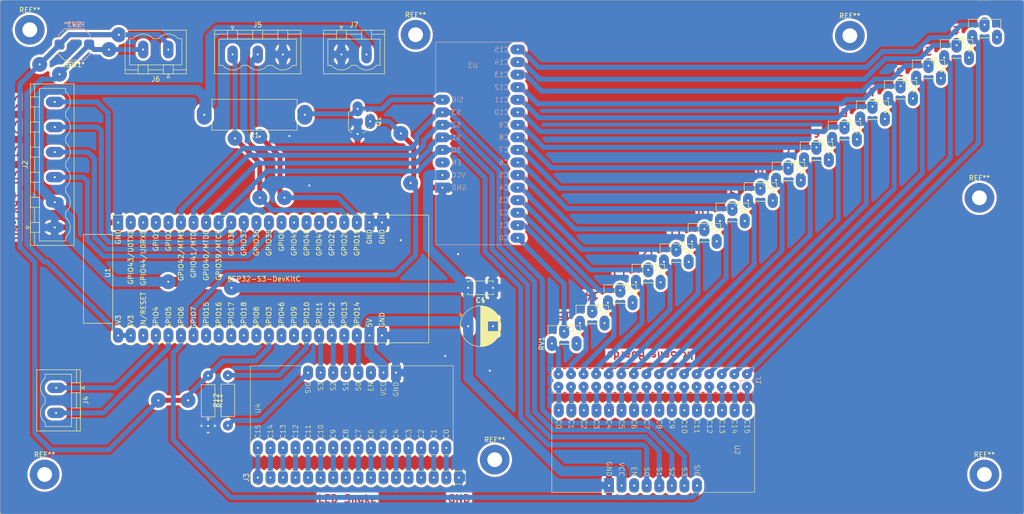
<source format=kicad_pcb>
(kicad_pcb (version 20240108) (generator "pcbnew") (generator_version "8.0")
  (layers (0 "F.Cu" signal) (31 "B.Cu" signal) (36 "B.SilkS" user "B.Silkscreen") (37 "F.SilkS" user "F.Silkscreen") (44 "Edge.Cuts" user))
  (net 0 "")
  (net 1 "Net-(Q1-C)")
  (net 2 "Net-(Q1-B)")
  (net 3 "GND")
  (net 5 "/IR_sensor_select3")
  (net 6 "/IR_sensor_select2")
  (net 10 "/sensor_board_select1")
  (net 12 "+3V3")
  (net 14 "/led_snake_addr0")
  (net 16 "Net-(U1-GPIO6{slash}ADC1_CH5)")
  (net 18 "/led_snake_addr3")
  (net 19 "/IR_sensor_select1")
  (net 20 "/sensor_board_select2")
  (net 21 "/led_snake_addr2")
  (net 23 "/led_snake_addr1")
  (net 24 "/led_snake_signal")
  (net 28 "/sensor_board_select0")
  (net 32 "/sensor_board_select3")
  (net 33 "/IR_sensor_select0")
  (net 35 "Net-(J1-Pin_13)")
  (net 36 "Net-(J1-Pin_3)")
  (net 37 "Net-(J1-Pin_21)")
  (net 38 "Net-(J1-Pin_17)")
  (net 39 "Net-(J1-Pin_29)")
  (net 40 "Net-(J1-Pin_15)")
  (net 41 "Net-(J1-Pin_23)")
  (net 42 "Net-(J1-Pin_5)")
  (net 43 "Net-(J1-Pin_25)")
  (net 44 "Net-(J1-Pin_9)")
  (net 46 "Net-(J1-Pin_1)")
  (net 47 "Net-(J1-Pin_19)")
  (net 48 "Net-(J1-Pin_27)")
  (net 49 "Net-(J1-Pin_7)")
  (net 50 "Net-(J1-Pin_11)")
  (net 51 "Net-(J1-Pin_31)")
  (net 52 "Net-(U3-C9)")
  (net 53 "Net-(U3-C5)")
  (net 54 "Net-(U3-C14)")
  (net 55 "Net-(U3-C2)")
  (net 56 "Net-(U3-C8)")
  (net 57 "Net-(U3-C12)")
  (net 58 "Net-(U3-C6)")
  (net 60 "Net-(U3-C13)")
  (net 61 "Net-(U3-C1)")
  (net 62 "Net-(U3-C7)")
  (net 63 "Net-(U3-C0)")
  (net 64 "Net-(U3-C4)")
  (net 65 "Net-(U3-C10)")
  (net 66 "Net-(U3-C3)")
  (net 67 "Net-(U3-C15)")
  (net 68 "Net-(U3-C11)")
  (net 69 "Net-(J3-Pin_10)")
  (net 70 "Net-(J3-Pin_2)")
  (net 71 "Net-(J3-Pin_12)")
  (net 72 "Net-(J3-Pin_7)")
  (net 73 "Net-(J3-Pin_6)")
  (net 74 "Net-(J3-Pin_9)")
  (net 75 "Net-(J3-Pin_16)")
  (net 76 "Net-(J3-Pin_11)")
  (net 77 "Net-(J3-Pin_1)")
  (net 78 "Net-(J3-Pin_4)")
  (net 79 "Net-(J3-Pin_5)")
  (net 80 "Net-(J3-Pin_8)")
  (net 81 "Net-(J3-Pin_15)")
  (net 82 "Net-(J3-Pin_14)")
  (net 83 "Net-(J3-Pin_3)")
  (net 84 "Net-(J3-Pin_13)")
  (net 86 "I2C_SCL")
  (net 87 "I2C_SDA")
  (net 88 "Boot_Select_Button")
  (net 89 "Net-(J5-Pin_2)")
  (net 90 "Net-(J5-Pin_1)")
  (net 91 "+5P")
  (net 92 "Net-(U4-SIG)")
  (net 93 "Net-(J1-Pin_6)")
  (net 94 "Net-(J1-Pin_12)")
  (net 95 "Net-(J1-Pin_16)")
  (net 96 "Net-(J1-Pin_2)")
  (net 97 "Net-(J1-Pin_20)")
  (net 98 "Net-(J1-Pin_30)")
  (net 99 "Net-(J1-Pin_14)")
  (net 100 "Net-(J1-Pin_22)")
  (net 101 "Net-(J1-Pin_32)")
  (net 102 "Net-(J1-Pin_28)")
  (net 103 "Net-(J1-Pin_26)")
  (net 104 "Net-(J1-Pin_8)")
  (net 105 "Net-(J1-Pin_4)")
  (net 106 "Net-(J1-Pin_24)")
  (net 107 "Net-(J1-Pin_18)")
  (net 108 "Net-(J1-Pin_10)")
  (footprint "Connector_Phoenix_MSTB:PhoenixContact_MSTBVA_2,5_2-G-5,08_1x02_P5.08mm_Vertical" (layer "F.Cu") (at 11.324506 78.46 -90)
    (property "Reference" "J4")
    (property "Value" "Conn_01x02_I2C")
  )
  (footprint "sequencer:Potentiometer_Piher_PT-6-H_Horizontal_Large_Pads" (layer "F.Cu") (at 185.213664 15.766671 90)
    (property "Reference" "RV14")
    (property "Value" "Pot 5KR")
  )
  (footprint "sequencer:R_Axial_DIN0207_L6.3mm_D2.5mm_P10.16mm_Horizontal_BIG_PADS" (layer "F.Cu") (at 42.047006 76 -90)
    (property "Reference" "R11")
    (property "Value" "20KR")
  )
  (footprint "sequencer:Potentiometer_Piher_PT-6-H_Horizontal_Large_Pads" (layer "F.Cu") (at 190.88033 11.633338 90)
    (property "Reference" "RV15")
    (property "Value" "Pot 5KR")
  )
  (footprint "sequencer:HP4067_16_ch_analog_mutiplexer_devboard" (layer "F.Cu") (at 151.047006 83 -90)
    (property "Reference" "U2")
    (property "Value" "HP4067_IR_Sensor_read")
  )
  (footprint "sequencer:Potentiometer_Piher_PT-6-H_Horizontal_Large_Pads" (layer "F.Cu") (at 122.880338 61.233334 90)
    (property "Reference" "RV3")
    (property "Value" "Pot 5KR")
  )
  (footprint "Connector_PinHeader_2.54mm:PinHeader_1x17_P2.54mm_Vertical" (layer "F.Cu") (at 52.107006 96.62 90)
    (property "Reference" "J3")
    (property "Value" "Conn_01x17_Pin_LED_Snake")
  )
  (footprint "MountingHole:MountingHole_3mm_Pad" (layer "F.Cu") (at 199 96)
    (property "Reference" "REF**")
    (property "Value" "MountingHole_3mm_Pad" (hide yes))
  )
  (footprint "Resistor_THT:R_Axial_DIN0617_L17.0mm_D6.0mm_P20.32mm_Horizontal" (layer "F.Cu") (at 61.6 23.2 180)
    (property "Reference" "R1")
    (property "Value" "150R")
  )
  (footprint "MountingHole:MountingHole_3mm_Pad" (layer "F.Cu") (at 84 7)
    (property "Reference" "REF**")
    (property "Value" "MountingHole_3mm_Pad" (hide yes))
  )
  (footprint "Connector_Phoenix_MSTB:PhoenixContact_MSTBVA_2,5_2-G-5,08_1x02_P5.08mm_Vertical" (layer "F.Cu") (at 69 11)
    (property "Reference" "J7")
    (property "Value" "Conn_01x02_Power_Supply")
  )
  (footprint "sequencer:Potentiometer_Piher_PT-6-H_Horizontal_Large_Pads" (layer "F.Cu") (at 111.547006 69.5 90)
    (property "Reference" "RV1")
    (property "Value" "Pot 5KR")
  )
  (footprint "sequencer:HP4067_16_ch_analog_mutiplexer_devboard" (layer "F.Cu") (at 52.107006 90.62 90)
    (property "Reference" "U4")
    (property "Value" "HP4067_LED_Snake")
  )
  (footprint "Connector_Phoenix_MSTB:PhoenixContact_MSTBVA_2,5_6-G-5,08_1x06_P5.08mm_Vertical" (layer "F.Cu") (at 11.047006 46 90)
    (property "Reference" "J2")
    (property "Value" "Conn_01x06_Pin_Sensor_select")
  )
  (footprint "sequencer:Potentiometer_Piher_PT-6-H_Horizontal_Large_Pads" (layer "F.Cu") (at 117.213672 65.366667 90)
    (property "Reference" "RV2")
    (property "Value" "Pot 5KR")
  )
  (footprint "MountingHole:MountingHole_3mm_Pad" (layer "F.Cu") (at 100 93)
    (property "Reference" "REF**")
    (property "Value" "MountingHole_3mm_Pad")
  )
  (footprint "Connector_Phoenix_MSTB:PhoenixContact_MSTBVA_2,5_2-G-5,08_1x02_P5.08mm_Vertical" (layer "F.Cu") (at 34 10 180)
    (property "Reference" "J6")
    (property "Value" "Conn_01x02_Boot_Select_Button")
  )
  (footprint "Button_Switch_SMD:SW_Push_1TS009xxxx-xxxx-xxxx_6x6x5mm" (layer "F.Cu") (at 15 9 180)
    (property "Reference" "SW1")
    (property "Value" "SW_Push")
  )
  (footprint "sequencer:ESP32-S3-DevKitC" (layer "F.Cu") (at 23.867006 67.86 90)
    (property "Reference" "U1")
    (property "Value" "ESP32-S3-DevKitC")
  )
  (footprint "Connector_Phoenix_MSTB:PhoenixContact_MSTBVA_2,5_3-G-5,08_1x03_P5.08mm_Vertical" (layer "F.Cu") (at 47 11)
    (property "Reference" "J5")
    (property "Value" "Conn_01x03_USB")
  )
  (footprint "sequencer:Potentiometer_Piher_PT-6-H_Horizontal_Large_Pads" (layer "F.Cu") (at 128.547004 57.100001 90)
    (property "Reference" "RV4")
    (property "Value" "Pot 5KR")
  )
  (footprint "sequencer:Potentiometer_Piher_PT-6-H_Horizontal_Large_Pads" (layer "F.Cu") (at 134.21367 52.966668 90)
    (property "Reference" "RV5")
    (property "Value" "Pot 5KR")
  )
  (footprint "Package_TO_SOT_THT:TO-92_Wide" (layer "F.Cu") (at 72.277006 22 -90)
    (property "Reference" "Q1")
    (property "Value" "BC337")
  )
  (footprint "sequencer:Potentiometer_Piher_PT-6-H_Horizontal_Large_Pads" (layer "F.Cu") (at 173.880332 24.033337 90)
    (property "Reference" "RV12")
    (property "Value" "Pot 5KR")
  )
  (footprint "MountingHole:MountingHole_3mm_Pad" (layer "F.Cu") (at 9 96)
    (property "Reference" "REF**")
    (property "Value" "MountingHole_3mm_Pad" (hide yes))
  )
  (footprint "sequencer:Potentiometer_Piher_PT-6-H_Horizontal_Large_Pads" (layer "F.Cu") (at 168.213666 28.16667 90)
    (property "Reference" "RV11")
    (property "Value" "Pot 5KR")
  )
  (footprint "sequencer:Potentiometer_Piher_PT-6-H_Horizontal_Large_Pads" (layer "F.Cu") (at 162.547 32.300003 90)
    (property "Reference" "RV10")
    (property "Value" "Pot 5KR")
  )
  (footprint "Capacitor_THT:C_Disc_D5.0mm_W2.5mm_P5.00mm" (layer "F.Cu") (at 99.638814 58.222371 180)
    (property "Reference" "C4")
    (property "Value" "C_0.1uF_HF_filter_104")
  )
  (footprint "sequencer:Potentiometer_Piher_PT-6-H_Horizontal_Large_Pads" (layer "F.Cu") (at 139.880336 48.833335 90)
    (property "Reference" "RV6")
    (property "Value" "Pot 5KR")
  )
  (footprint "sequencer:Potentiometer_Piher_PT-6-H_Horizontal_Large_Pads" (layer "F.Cu") (at 156.880334 36.433336 90)
    (property "Reference" "RV9")
    (property "Value" "Pot 5KR")
  )
  (footprint "MountingHole:MountingHole_3mm_Pad" (layer "F.Cu") (at 198 40)
    (property "Reference" "REF**")
    (property "Value" "MountingHole_3mm_Pad" (hide yes))
  )
  (footprint "sequencer:Potentiometer_Piher_PT-6-H_Horizontal_Large_Pads" (layer "F.Cu") (at 145.547002 44.700002 90)
    (property "Reference" "RV7")
    (property "Value" "Pot 5KR")
  )
  (footprint "MountingHole:MountingHole_3mm_Pad" (layer "F.Cu") (at 6 6)
    (property "Reference" "REF**")
    (property "Value" "MountingHole_3mm_Pad" (hide yes))
  )
  (footprint "sequencer:Potentiometer_Piher_PT-6-H_Horizontal_Large_Pads" (layer "F.Cu") (at 151.213668 40.566669 90)
    (property "Reference" "RV8")
    (property "Value" "Pot 5KR")
  )
  (footprint "sequencer:Potentiometer_Piher_PT-6-H_Horizontal_Large_Pads" (layer "F.Cu") (at 179.546998 19.900004 90)
    (property "Reference" "RV13")
    (property "Value" "Pot 5KR")
  )
  (footprint "sequencer:R_Axial_DIN0207_L6.3mm_D2.5mm_P10.16mm_Horizontal_BIG_PADS" (layer "F.Cu") (at 46.047006 86.08 90)
    (property "Reference" "R12")
    (property "Value" "620R")
  )
  (footprint "MountingHole:MountingHole_3mm_Pad" (layer "F.Cu") (at 171.8 7.2)
    (property "Reference" "REF**")
    (property "Value" "MountingHole_3mm_Pad" (hide yes))
  )
  (footprint "sequencer:Potentiometer_Piher_PT-6-H_Horizontal_Large_Pads" (layer "F.Cu") (at 196.546996 7.500005 90)
    (property "Reference" "RV16")
    (property "Value" "Pot 5KR")
  )
  (footprint "Capacitor_THT:CP_Radial_D8.0mm_P5.00mm" (layer "F.Cu") (at 94.644355 66)
    (property "Reference" "C1")
    (property "Value" "C_10uF_bulk_decoupling")
  )
  (footprint "Connector_PinHeader_2.54mm:PinHeader_2x16_P2.54mm_Vertical" (layer "B.Cu") (at 150.987006 78.24 90)
    (property "Reference" "J1")
    (property "Value" "Conn_02x16_sensor_board_power_sens")
  )
  (footprint "Button_Switch_SMD:SW_Push_1TS009xxxx-xxxx-xxxx_6x6x5mm" (layer "B.Cu") (at 15 9 180)
    (property "Reference" "SW2")
    (property "Value" "SW_Push")
  )
  (footprint "sequencer:HP4067_16_ch_analog_mutiplexer_devboard" (layer "B.Cu") (at 104.667006 10 180)
    (property "Reference" "U3")
    (property "Value" "HP4067_IR_led_power")
  )
  (gr_rect (start 0 0) (end 207 104) (stroke (width 0.05)) (fill none) (layer "Edge.Cuts"))
  (gr_text "13" (at 127 54.6 180) (layer "F.Cu") (effects (font (size 1.5 1.5) (thickness 0.3) (bold yes)) (justify left bottom)))
  (gr_text "S0" (at 2.2 35.831426 270) (layer "F.Cu") (effects (font (size 1.5 1.5) (thickness 0.3) (bold yes)) (justify bottom)))
  (gr_text "S1" (at 2.2 30.754284 270) (layer "F.Cu") (effects (font (size 1.5 1.5) (thickness 0.3) (bold yes)) (justify bottom)))
  (gr_text "2" (at 188.6 9.4 180) (layer "F.Cu") (effects (font (size 1.5 1.5) (thickness 0.3) (bold yes)) (justify left bottom)))
  (gr_text "4" (at 177.2 17.6 180) (layer "F.Cu") (effects (font (size 1.5 1.5) (thickness 0.3) (bold yes)) (justify left bottom)))
  (gr_text "IR Sens Boards" (at 140.4 71 180) (layer "F.Cu") (effects (font (size 1.5 1.5) (thickness 0.3) (bold yes)) (justify left bottom)))
  (gr_text "8" (at 154.6 34 180) (layer "F.Cu") (effects (font (size 1.5 1.5) (thickness 0.3) (bold yes)) (justify left bottom)))
  (gr_text "I2C" (at 2.8 71 270) (layer "F.Cu") (effects (font (size 1.5 1.5) (thickness 0.3) (bold yes)) (justify bottom)))
  (gr_text "+5V" (at 74.4 1.4 180) (layer "F.Cu") (effects (font (size 1.5 1.5) (thickness 0.3) (bold yes)) (justify bottom)))
  (gr_text "GND" (at 2.2 46.2 270) (layer "F.Cu") (effects (font (size 1.5 1.5) (thickness 0.3) (bold yes)) (justify bottom)))
  (gr_text "1" (at 194.2 5.2 180) (layer "F.Cu") (effects (font (size 1.5 1.5) (thickness 0.3) (bold yes)) (justify left bottom)))
  (gr_text "SCL" (at 2.8 77.8 270) (layer "F.Cu") (effects (font (size 1.5 1.5) (thickness 0.3) (bold yes)) (justify bottom)))
  (gr_text "12" (at 132.6 50.6 180) (layer "F.Cu") (effects (font (size 1.5 1.5) (thickness 0.3) (bold yes)) (justify left bottom)))
  (gr_text "GND" (at 92.8 101.8 0) (layer "F.Cu") (effects (font (size 1.5 1.5) (thickness 0.3) (bold yes)) (justify bottom)))
  (gr_text "LED Snake" (at 70.2 101.8 0) (layer "F.Cu") (effects (font (size 1.5 1.5) (thickness 0.3) (bold yes)) (justify bottom)))
  (gr_text "11" (at 138.2 46.4 180) (layer "F.Cu") (effects (font (size 1.5 1.5) (thickness 0.3) (bold yes)) (justify left bottom)))
  (gr_text "S3" (at 2.2 20.6 270) (layer "F.Cu") (effects (font (size 1.5 1.5) (thickness 0.3) (bold yes)) (justify bottom)))
  (gr_text "9" (at 149 38.2 180) (layer "F.Cu") (effects (font (size 1.5 1.5) (thickness 0.3) (bold yes)) (justify left bottom)))
  (gr_text "GND" (at 57.6 1.4 180) (layer "F.Cu") (effects (font (size 1.5 1.5) (thickness 0.3) (bold yes)) (justify bottom)))
  (gr_text "+5V" (at 2.2 40.908568 270) (layer "F.Cu") (effects (font (size 1.5 1.5) (thickness 0.3) (bold yes)) (justify bottom)))
  (gr_text "SDA" (at 2.8 83.8 270) (layer "F.Cu") (effects (font (size 1.5 1.5) (thickness 0.3) (bold yes)) (justify bottom)))
  (gr_text "S2" (at 2.2 25.677142 270) (layer "F.Cu") (effects (font (size 1.5 1.5) (thickness 0.3) (bold yes)) (justify bottom)))
  (gr_text "15" (at 115.6 63 180) (layer "F.Cu") (effects (font (size 1.5 1.5) (thickness 0.3) (bold yes)) (justify left bottom)))
  (gr_text "0" (at 199.8 1.2 180) (layer "F.Cu") (effects (font (size 1.5 1.5) (thickness 0.3) (bold yes)) (justify left bottom)))
  (gr_text "Boot Select" (at 31.6 1.6 180) (layer "F.Cu") (effects (font (size 1.5 1.5) (thickness 0.3) (bold yes)) (justify bottom)))
  (gr_text "7" (at 160.4 29.8 180) (layer "F.Cu") (effects (font (size 1.5 1.5) (thickness 0.3) (bold yes)) (justify left bottom)))
  (gr_text "14" (at 121.2 59 180) (layer "F.Cu") (effects (font (size 1.5 1.5) (thickness 0.3) (bold yes)) (justify left bottom)))
  (gr_text "GND" (at 68.6 1.4 180) (layer "F.Cu") (effects (font (size 1.5 1.5) (thickness 0.3) (bold yes)) (justify bottom)))
  (gr_text "D-" (at 51.6 1.4 180) (layer "F.Cu") (effects (font (size 1.5 1.5) (thickness 0.3) (bold yes)) (justify bottom)))
  (gr_text "6" (at 166 26 180) (layer "F.Cu") (effects (font (size 1.5 1.5) (thickness 0.3) (bold yes)) (justify left bottom)))
  (gr_text "3" (at 182.8 13.6 180) (layer "F.Cu") (effects (font (size 1.5 1.5) (thickness 0.3) (bold yes)) (justify left bottom)))
  (gr_text "D+" (at 46.4 1.4 180) (layer "F.Cu") (effects (font (size 1.5 1.5) (thickness 0.3) (bold yes)) (justify bottom)))
  (gr_text "10" (at 144 42.2 180) (layer "F.Cu") (effects (font (size 1.5 1.5) (thickness 0.3) (bold yes)) (justify left bottom)))
  (gr_text "5" (at 171.6 21.8 180) (layer "F.Cu") (effects (font (size 1.5 1.5) (thickness 0.3) (bold yes)) (justify left bottom)))
  (segment (start 77.197006 22) (end 79.037006 20.16) (width 1) (layer "B.Cu") (net 1))
  (segment (start 71.277006 23) (end 61.8 23) (width 1) (layer "B.Cu") (net 1))
  (segment (start 72.277006 22) (end 77.197006 22) (width 1) (layer "B.Cu") (net 1))
  (segment (start 72.277006 22) (end 71.277006 23) (width 1) (layer "B.Cu") (net 1))
  (segment (start 79.037006 20.16) (end 89.427006 20.16) (width 1) (layer "B.Cu") (net 1))
  (segment (start 61.8 23) (end 61.6 23.2) (width 1) (layer "B.Cu") (net 1))
  (segment (start 83.627006 36.372996) (end 83.000002 37) (width 1) (layer "F.Cu") (net 2))
  (segment (start 83.627006 29.58) (end 83.627006 36.372996) (width 1) (layer "F.Cu") (net 2))
  (segment (start 81.023503 26.976497) (end 83.627006 29.58) (width 1) (layer "F.Cu") (net 2))
  (via (at 83.000002 37) (size 3) (drill 0.4) (layers "F.Cu" "B.Cu") (net 2))
  (via (at 81.023503 26.976497) (size 3) (drill 0.4) (layers "F.Cu" "B.Cu") (net 2))
  (segment (start 45.8 55.6) (end 80 55.6) (width 1) (layer "B.Cu") (net 2))
  (segment (start 84 51.6) (end 84 37.999998) (width 1) (layer "B.Cu") (net 2))
  (segment (start 80 55.6) (end 84 51.6) (width 1) (layer "B.Cu") (net 2))
  (segment (start 39.107006 67.86) (end 39.107006 62.292994) (width 1) (layer "B.Cu") (net 2))
  (segment (start 78.587006 24.54) (end 74.817006 24.54) (width 1) (layer "B.Cu") (net 2))
  (segment (start 81.023503 26.976497) (end 78.587006 24.54) (width 1) (layer "B.Cu") (net 2))
  (segment (start 39.107006 62.292994) (end 45.8 55.6) (width 1) (layer "B.Cu") (net 2))
  (segment (start 84 37.999998) (end 83.000002 37) (width 1) (layer "B.Cu") (net 2))
  (segment (start 81 48.6) (end 89.8 48.6) (width 2) (layer "F.Cu") (net 3))
  (segment (start 96 72) (end 99 75) (width 2) (layer "F.Cu") (net 3))
  (segment (start 89.8 48.6) (end 92.6 51.4) (width 2) (layer "F.Cu") (net 3))
  (segment (start 62.5 37.5) (end 62.5 31.5) (width 2) (layer "F.Cu") (net 3))
  (segment (start 62.5 31.5) (end 58.5 27.5) (width 2) (layer "F.Cu") (net 3))
  (segment (start 90 72) (end 96 72) (width 2) (layer "F.Cu") (net 3))
  (via (at 90 72) (size 3) (drill 0.4) (layers "F.Cu" "B.Cu") (net 3))
  (via (at 99 75) (size 3) (drill 0.4) (layers "F.Cu" "B.Cu") (net 3))
  (via (at 58.5 27.5) (size 3) (drill 0.4) (layers "F.Cu" "B.Cu") (net 3))
  (via (at 81 48.6) (size 3) (drill 0.4) (layers "F.Cu" "B.Cu") (net 3))
  (via (at 62.5 37.5) (size 3) (drill 0.4) (layers "F.Cu" "B.Cu") (net 3))
  (via (at 92.6 51.4) (size 3) (drill 0.4) (layers "F.Cu" "B.Cu") (net 3))
  (segment (start 11.047006 20.6) (end 19.6 20.6) (width 1) (layer "B.Cu") (net 5))
  (segment (start 21.847006 46.8) (end 22.447006 47.4) (width 1) (layer "B.Cu") (net 5))
  (segment (start 21.847006 22.847006) (end 21.847006 46.8) (width 1) (layer "B.Cu") (net 5))
  (segment (start 46.727006 45.647006) (end 46.727006 45) (width 1) (layer "B.Cu") (net 5))
  (segment (start 22.447006 47.4) (end 44.974012 47.4) (width 1) (layer "B.Cu") (net 5))
  (segment (start 44.974012 47.4) (end 46.727006 45.647006) (width 1) (layer "B.Cu") (net 5))
  (segment (start 19.6 20.6) (end 21.847006 22.847006) (width 1) (layer "B.Cu") (net 5))
  (segment (start 20.447006 26.447006) (end 20.447006 47.4) (width 1) (layer "B.Cu") (net 6))
  (segment (start 11.047006 25.68) (end 19.68 25.68) (width 1) (layer "B.Cu") (net 6))
  (segment (start 47.767006 49) (end 49.267006 47.5) (width 1) (layer "B.Cu") (net 6))
  (segment (start 49.267006 47.5) (end 49.267006 45) (width 1) (layer "B.Cu") (net 6))
  (segment (start 20.447006 47.4) (end 22.047006 49) (width 1) (layer "B.Cu") (net 6))
  (segment (start 19.68 25.68) (end 20.447006 26.447006) (width 1) (layer "B.Cu") (net 6))
  (segment (start 22.047006 49) (end 47.767006 49) (width 1) (layer "B.Cu") (net 6))
  (segment (start 130.467108 88.4) (end 133.267006 91.199898) (width 1) (layer "B.Cu") (net 10))
  (segment (start 133.267006 91.199898) (end 133.267006 98.24) (width 1) (layer "B.Cu") (net 10))
  (segment (start 111.200203 88.4) (end 130.467108 88.4) (width 1) (layer "B.Cu") (net 10))
  (segment (start 87.027006 30.040102) (end 84.067108 33) (width 1) (layer "B.Cu") (net 10))
  (segment (start 87.027006 29.532994) (end 87.027006 30.040102) (width 1) (layer "B.Cu") (net 10))
  (segment (start 89.427006 27.78) (end 91.950509 27.78) (width 1) (layer "B.Cu") (net 10))
  (segment (start 99.467006 50.399899) (end 106.647006 57.579899) (width 1) (layer "B.Cu") (net 10))
  (segment (start 89.427006 27.78) (end 88.78 27.78) (width 1) (layer "B.Cu") (net 10))
  (segment (start 52 33) (end 41.647006 43.352994) (width 1) (layer "B.Cu") (net 10))
  (segment (start 106.647006 83.846803) (end 111.200203 88.4) (width 1) (layer "B.Cu") (net 10))
  (segment (start 99.467006 35.296497) (end 99.467006 50.399899) (width 1) (layer "B.Cu") (net 10))
  (segment (start 41.647006 43.352994) (end 41.647006 45) (width 1) (layer "B.Cu") (net 10))
  (segment (start 106.647006 57.579899) (end 106.647006 83.846803) (width 1) (layer "B.Cu") (net 10))
  (segment (start 88.78 27.78) (end 87.027006 29.532994) (width 1) (layer "B.Cu") (net 10))
  (segment (start 84.067108 33) (end 52 33) (width 1) (layer "B.Cu") (net 10))
  (segment (start 91.950509 27.78) (end 99.467006 35.296497) (width 1) (layer "B.Cu") (net 10))
  (segment (start 18 9) (end 12 15) (width 1) (layer "F.Cu") (net 12))
  (segment (start 22 10) (end 19 10) (width 1) (layer "F.Cu") (net 12))
  (segment (start 19 10) (end 18 9) (width 1) (layer "F.Cu") (net 12))
  (via (at 12 15) (size 3) (drill 0.4) (layers "F.Cu" "B.Cu") (net 12))
  (via (at 22 10) (size 3) (drill 0.4) (layers "F.Cu" "B.Cu") (net 12))
  (segment (start 9 53) (end 5.4 49.4) (width 1) (layer "B.Cu") (net 12))
  (segment (start 5.4 19) (end 8.4 16) (width 1) (layer "B.Cu") (net 12))
  (segment (start 26.407006 67.86) (end 23.867006 67.86) (width 1) (layer "B.Cu") (net 12))
  (segment (start 9.507006 53) (end 9 53) (width 1) (layer "B.Cu") (net 12))
  (segment (start 23.867006 67.86) (end 23.867006 67.36) (width 1) (layer "B.Cu") (net 12))
  (segment (start 8.4 16) (end 11 16) (width 1) (layer "B.Cu") (net 12))
  (segment (start 5.4 49.4) (end 5.4 19) (width 1) (layer "B.Cu") (net 12))
  (segment (start 18 9) (end 12 15) (width 1) (layer "B.Cu") (net 12))
  (segment (start 19 10) (end 18 9) (width 1) (layer "B.Cu") (net 12))
  (segment (start 11 16) (end 12 15) (width 1) (layer "B.Cu") (net 12))
  (segment (start 23.867006 67.36) (end 9.507006 53) (width 1) (layer "B.Cu") (net 12))
  (segment (start 22 10) (end 19 10) (width 1) (layer "B.Cu") (net 12))
  (segment (start 22 10) (end 28.92 10) (width 1) (layer "B.Cu") (net 12))
  (segment (start 72.427006 68.1664) (end 72.124286 67.86368) (width 1) (layer "B.Cu") (net 14))
  (segment (start 72.427006 75.38) (end 72.427006 68.1664) (width 1) (layer "B.Cu") (net 14))
  (segment (start 139.987006 100.64) (end 46.64 100.64) (width 1) (layer "B.Cu") (net 16))
  (segment (start 46.64 100.64) (end 35 89) (width 1) (layer "B.Cu") (net 16))
  (segment (start 140.887006 98.24) (end 140.887006 99.74) (width 1) (layer "B.Cu") (net 16))
  (segment (start 35 71.366905) (end 36.567006 69.799899) (width 1) (layer "B.Cu") (net 16))
  (segment (start 36.567006 69.799899) (end 36.567006 67.86) (width 1) (layer "B.Cu") (net 16))
  (segment (start 140.887006 99.74) (end 139.987006 100.64) (width 1) (layer "B.Cu") (net 16))
  (segment (start 35 89) (end 35 71.366905) (width 1) (layer "B.Cu") (net 16))
  (segment (start 64.807006 68.16) (end 64.507006 67.86) (width 1) (layer "B.Cu") (net 18))
  (segment (start 64.807006 75.38) (end 64.807006 68.16) (width 1) (layer "B.Cu") (net 18))
  (segment (start 51.807006 47.24) (end 51.807006 45) (width 1) (layer "B.Cu") (net 19))
  (segment (start 21.467107 50.4) (end 48.647006 50.4) (width 1) (layer "B.Cu") (net 19))
  (segment (start 11.047006 30.76) (end 17.76 30.76) (width 1) (layer "B.Cu") (net 19))
  (segment (start 19.047006 32.047006) (end 19.047006 47.979899) (width 1) (layer "B.Cu") (net 19))
  (segment (start 19.047006 47.979899) (end 21.467107 50.4) (width 1) (layer "B.Cu") (net 19))
  (segment (start 48.647006 50.4) (end 51.807006 47.24) (width 1) (layer "B.Cu") (net 19))
  (segment (start 17.76 30.76) (end 19.047006 32.047006) (width 1) (layer "B.Cu") (net 19))
  (segment (start 50.207006 31.4) (end 83.4 31.4) (width 1) (layer "B.Cu") (net 20))
  (segment (start 108.047006 83.266904) (end 111.780102 87) (width 1) (layer "B.Cu") (net 20))
  (segment (start 135.807006 91.76) (end 135.807006 98.24) (width 1) (layer "B.Cu") (net 20))
  (segment (start 100.867006 49.82) (end 108.047006 57) (width 1) (layer "B.Cu") (net 20))
  (segment (start 85.627006 28.392994) (end 85.627006 29.42) (width 1) (layer "B.Cu") (net 20))
  (segment (start 89.427006 25.24) (end 88.78 25.24) (width 1) (layer "B.Cu") (net 20))
  (segment (start 85.627006 29.42) (end 83.523503 31.523503) (width 1) (layer "B.Cu") (net 20))
  (segment (start 39.107006 42.5) (end 50.207006 31.4) (width 1) (layer "B.Cu") (net 20))
  (segment (start 111.780102 87) (end 131.047006 87) (width 1) (layer "B.Cu") (net 20))
  (segment (start 91.487108 25.24) (end 100.867006 34.619898) (width 1) (layer "B.Cu") (net 20))
  (segment (start 100.867006 34.619898) (end 100.867006 49.82) (width 1) (layer "B.Cu") (net 20))
  (segment (start 88.78 25.24) (end 85.627006 28.392994) (width 1) (layer "B.Cu") (net 20))
  (segment (start 131.047006 87) (end 135.807006 91.76) (width 1) (layer "B.Cu") (net 20))
  (segment (start 108.047006 57) (end 108.047006 83.266904) (width 1) (layer "B.Cu") (net 20))
  (segment (start 83.4 31.4) (end 83.523503 31.523503) (width 1) (layer "B.Cu") (net 20))
  (segment (start 89.427006 25.24) (end 91.487108 25.24) (width 1) (layer "B.Cu") (net 20))
  (segment (start 39.107006 45) (end 39.107006 42.5) (width 1) (layer "B.Cu") (net 20))
  (segment (start 67.347006 75.38) (end 67.347006 68.16) (width 1) (layer "B.Cu") (net 21))
  (segment (start 67.347006 68.16) (end 67.047006 67.86) (width 1) (layer "B.Cu") (net 21))
  (segment (start 69.887006 75.38) (end 69.887006 68.16) (width 1) (layer "B.Cu") (net 23))
  (segment (start 69.887006 68.16) (end 69.587006 67.86) (width 1) (layer "B.Cu") (net 23))
  (segment (start 56.407006 75.92) (end 61.967006 70.36) (width 1) (layer "B.Cu") (net 24))
  (segment (start 61.967006 70.36) (end 61.967006 67.86) (width 1) (layer "B.Cu") (net 24))
  (segment (start 46.047006 75.92) (end 56.407006 75.92) (width 1) (layer "B.Cu") (net 24))
  (segment (start 130.727006 90.68) (end 130.727006 98.24) (width 1) (layer "B.Cu") (net 28))
  (segment (start 44.187006 44.352994) (end 44.187006 45) (width 1) (layer "B.Cu") (net 28))
  (segment (start 98.047006 36) (end 98.047006 50.959797) (width 1) (layer "B.Cu") (net 28))
  (segment (start 105.247006 58.159797) (end 105.247006 84.426702) (width 1) (layer "B.Cu") (net 28))
  (segment (start 84.447006 34.6) (end 53.94 34.6) (width 1) (layer "B.Cu") (net 28))
  (segment (start 88.727006 30.32) (end 84.447006 34.6) (width 1) (layer "B.Cu") (net 28))
  (segment (start 130.047006 90) (end 130.727006 90.68) (width 1) (layer "B.Cu") (net 28))
  (segment (start 98.047006 50.959797) (end 105.247006 58.159797) (width 1) (layer "B.Cu") (net 28))
  (segment (start 53.94 34.6) (end 44.187006 44.352994) (width 1) (layer "B.Cu") (net 28))
  (segment (start 110.820304 90) (end 130.047006 90) (width 1) (layer "B.Cu") (net 28))
  (segment (start 89.427006 30.32) (end 92.367006 30.32) (width 1) (layer "B.Cu") (net 28))
  (segment (start 105.247006 84.426702) (end 110.820304 90) (width 1) (layer "B.Cu") (net 28))
  (segment (start 92.367006 30.32) (end 98.047006 36) (width 1) (layer "B.Cu") (net 28))
  (segment (start 89.427006 30.32) (end 88.727006 30.32) (width 1) (layer "B.Cu") (net 28))
  (segment (start 131.626905 85.6) (end 138.347006 92.320101) (width 1) (layer "B.Cu") (net 32))
  (segment (start 36.567006 42.5) (end 36.567006 45) (width 1) (layer "B.Cu") (net 32))
  (segment (start 84.227006 28.82) (end 83.047006 30) (width 1) (layer "B.Cu") (net 32))
  (segment (start 88.78 22.7) (end 84.227006 27.252994) (width 1) (layer "B.Cu") (net 32))
  (segment (start 112.36 85.6) (end 131.626905 85.6) (width 1) (layer "B.Cu") (net 32))
  (segment (start 89.427006 22.7) (end 88.78 22.7) (width 1) (layer "B.Cu") (net 32))
  (segment (start 49.067006 30) (end 36.567006 42.5) (width 1) (layer "B.Cu") (net 32))
  (segment (start 138.347006 92.320101) (end 138.347006 98.24) (width 1) (layer "B.Cu") (net 32))
  (segment (start 109.647006 82.887006) (end 112.36 85.6) (width 1) (layer "B.Cu") (net 32))
  (segment (start 90.927006 22.7) (end 102.267006 34.04) (width 1) (layer "B.Cu") (net 32))
  (segment (start 102.267006 49.22) (end 109.647006 56.6) (width 1) (layer "B.Cu") (net 32))
  (segment (start 84.227006 27.252994) (end 84.227006 28.82) (width 1) (layer "B.Cu") (net 32))
  (segment (start 102.267006 34.04) (end 102.267006 49.22) (width 1) (layer "B.Cu") (net 32))
  (segment (start 83.047006 30) (end 49.067006 30) (width 1) (layer "B.Cu") (net 32))
  (segment (start 89.427006 22.7) (end 90.927006 22.7) (width 1) (layer "B.Cu") (net 32))
  (segment (start 109.647006 56.6) (end 109.647006 82.887006) (width 1) (layer "B.Cu") (net 32))
  (segment (start 20.887208 51.8) (end 50.047006 51.8) (width 1) (layer "B.Cu") (net 33))
  (segment (start 17.647006 36.647006) (end 17.647006 48.559798) (width 1) (layer "B.Cu") (net 33))
  (segment (start 54.347006 47.5) (end 54.347006 45) (width 1) (layer "B.Cu") (net 33))
  (segment (start 17.647006 48.559798) (end 20.887208 51.8) (width 1) (layer "B.Cu") (net 33))
  (segment (start 16.84 35.84) (end 17.647006 36.647006) (width 1) (layer "B.Cu") (net 33))
  (segment (start 11.047006 35.84) (end 16.84 35.84) (width 1) (layer "B.Cu") (net 33))
  (segment (start 50.047006 51.8) (end 54.347006 47.5) (width 1) (layer "B.Cu") (net 33))
  (segment (start 135.807006 83) (end 135.807006 78.3) (width 1) (layer "B.Cu") (net 35))
  (segment (start 135.807006 78.3) (end 135.747006 78.24) (width 1) (layer "B.Cu") (net 35))
  (segment (start 148.507006 78.3) (end 148.447006 78.24) (width 1) (layer "B.Cu") (net 36))
  (segment (start 148.507006 83) (end 148.507006 78.3) (width 1) (layer "B.Cu") (net 36))
  (segment (start 125.647006 83) (end 125.647006 78.3) (width 1) (layer "B.Cu") (net 37))
  (segment (start 125.647006 78.3) (end 125.587006 78.24) (width 1) (layer "B.Cu") (net 37))
  (segment (start 130.727006 78.3) (end 130.667006 78.24) (width 1) (layer "B.Cu") (net 38))
  (segment (start 130.727006 83) (end 130.727006 78.3) (width 1) (layer "B.Cu") (net 38))
  (segment (start 115.487006 83) (end 115.487006 78.3) (width 1) (layer "B.Cu") (net 39))
  (segment (start 115.487006 78.3) (end 115.427006 78.24) (width 1) (layer "B.Cu") (net 39))
  (segment (start 133.267006 78.3) (end 133.207006 78.24) (width 1) (layer "B.Cu") (net 40))
  (segment (start 133.267006 83) (end 133.267006 78.3) (width 1) (layer "B.Cu") (net 40))
  (segment (start 123.107006 83) (end 123.107006 78.3) (width 1) (layer "B.Cu") (net 41))
  (segment (start 123.107006 78.3) (end 123.047006 78.24) (width 1) (layer "B.Cu") (net 41))
  (segment (start 145.967006 78.3) (end 145.907006 78.24) (width 1) (layer "B.Cu") (net 42))
  (segment (start 145.967006 83) (end 145.967006 78.3) (width 1) (layer "B.Cu") (net 42))
  (segment (start 120.567006 83) (end 120.567006 78.3) (width 1) (layer "B.Cu") (net 43))
  (segment (start 120.567006 78.3) (end 120.507006 78.24) (width 1) (layer "B.Cu") (net 43))
  (segment (start 140.887006 83) (end 140.887006 78.3) (width 1) (layer "B.Cu") (net 44))
  (segment (start 140.887006 78.3) (end 140.827006 78.24) (width 1) (layer "B.Cu") (net 44))
  (segment (start 151.047006 78.3) (end 150.987006 78.24) (width 1) (layer "B.Cu") (net 46))
  (segment (start 151.047006 83) (end 151.047006 78.3) (width 1) (layer "B.Cu") (net 46))
  (segment (start 128.187006 83) (end 128.187006 78.3) (width 1) (layer "B.Cu") (net 47))
  (segment (start 128.187006 78.3) (end 128.127006 78.24) (width 1) (layer "B.Cu") (net 47))
  (segment (start 118.027006 78.3) (end 117.967006 78.24) (width 1) (layer "B.Cu") (net 48))
  (segment (start 118.027006 83) (end 118.027006 78.3) (width 1) (layer "B.Cu") (net 48))
  (segment (start 143.427006 78.3) (end 143.367006 78.24) (width 1) (layer "B.Cu") (net 49))
  (segment (start 143.427006 83) (end 143.427006 78.3) (width 1) (layer "B.Cu") (net 49))
  (segment (start 138.347006 78.3) (end 138.287006 78.24) (width 1) (layer "B.Cu") (net 50))
  (segment (start 138.347006 83) (end 138.347006 78.3) (width 1) (layer "B.Cu") (net 50))
  (segment (start 112.947006 78.3) (end 112.887006 78.24) (width 1) (layer "B.Cu") (net 51))
  (segment (start 112.947006 83) (end 112.947006 78.3) (width 1) (layer "B.Cu") (net 51))
  (segment (start 109.874015 29.800003) (end 165.047 29.800003) (width 1) (layer "B.Cu") (net 52))
  (segment (start 105.314012 25.24) (end 109.874015 29.800003) (width 1) (layer "B.Cu") (net 52))
  (segment (start 104.667006 25.24) (end 105.314012 25.24) (width 1) (layer "B.Cu") (net 52))
  (segment (start 116.247347 46.333335) (end 142.380336 46.333335) (width 1) (layer "B.Cu") (net 53))
  (segment (start 104.667006 35.4) (end 105.314012 35.4) (width 1) (layer "B.Cu") (net 53))
  (segment (start 105.314012 35.4) (end 116.247347 46.333335) (width 1) (layer "B.Cu") (net 53))
  (segment (start 105.606904 12.54) (end 109.066904 16) (width 1) (layer "B.Cu") (net 54))
  (segment (start 188.659991 9.133338) (end 193.38033 9.133338) (width 1) (layer "B.Cu") (net 54))
  (segment (start 104.667006 12.54) (end 105.606904 12.54) (width 1) (layer "B.Cu") (net 54))
  (segment (start 185.926658 11.866671) (end 188.659991 9.133338) (width 1) (layer "B.Cu") (net 54))
  (segment (start 178.900194 11.866671) (end 185.926658 11.866671) (width 1) (layer "B.Cu") (net 54))
  (segment (start 109.066904 16) (end 174.766865 16) (width 1) (layer "B.Cu") (net 54))
  (segment (start 174.766865 16) (end 178.900194 11.866671) (width 1) (layer "B.Cu") (net 54))
  (segment (start 121.133334 58.733334) (end 125.380338 58.733334) (width 1) (layer "B.Cu") (net 55))
  (segment (start 105.42 43.02) (end 121.133334 58.733334) (width 1) (layer "B.Cu") (net 55))
  (segment (start 104.667006 43.02) (end 105.42 43.02) (width 1) (layer "B.Cu") (net 55))
  (segment (start 104.667006 27.78) (end 105.314012 27.78) (width 1) (layer "B.Cu") (net 56))
  (segment (start 105.314012 27.78) (end 111.467348 33.933336) (width 1) (layer "B.Cu") (net 56))
  (segment (start 111.467348 33.933336) (end 159.380334 33.933336) (width 1) (layer "B.Cu") (net 56))
  (segment (start 105.314012 17.62) (end 108.694012 21) (width 1) (layer "B.Cu") (net 57))
  (segment (start 171.080094 20.133337) (end 174.593326 20.133337) (width 1) (layer "B.Cu") (net 57))
  (segment (start 108.694012 21) (end 170.213431 21) (width 1) (layer "B.Cu") (net 57))
  (segment (start 174.593326 20.133337) (end 177.326659 17.400004) (width 1) (layer "B.Cu") (net 57))
  (segment (start 177.326659 17.400004) (end 182.046998 17.400004) (width 1) (layer "B.Cu") (net 57))
  (segment (start 104.667006 17.62) (end 105.314012 17.62) (width 1) (layer "B.Cu") (net 57))
  (segment (start 170.213431 21) (end 171.080094 20.133337) (width 1) (layer "B.Cu") (net 57))
  (segment (start 105.314012 32.86) (end 114.654014 42.200002) (width 1) (layer "B.Cu") (net 58))
  (segment (start 104.667006 32.86) (end 105.314012 32.86) (width 1) (layer "B.Cu") (net 58))
  (segment (start 114.654014 42.200002) (end 148.047002 42.200002) (width 1) (layer "B.Cu") (net 58))
  (segment (start 174.346764 18.4) (end 176.74676 16.000004) (width 1) (layer "B.Cu") (net 60))
  (segment (start 106.167006 15.08) (end 109.487006 18.4) (width 1) (layer "B.Cu") (net 60))
  (segment (start 109.487006 18.4) (end 174.346764 18.4) (width 1) (layer "B.Cu") (net 60))
  (segment (start 180.259992 16.000004) (end 182.993325 13.266671) (width 1) (layer "B.Cu") (net 60))
  (segment (start 104.667006 15.08) (end 106.167006 15.08) (width 1) (layer "B.Cu") (net 60))
  (segment (start 176.74676 16.000004) (end 180.259992 16.000004) (width 1) (layer "B.Cu") (net 60))
  (segment (start 182.993325 13.266671) (end 187.713664 13.266671) (width 1) (layer "B.Cu") (net 60))
  (segment (start 105.980102 45.56) (end 119.713672 59.29357) (width 1) (layer "B.Cu") (net 61))
  (segment (start 104.667006 45.56) (end 105.980102 45.56) (width 1) (layer "B.Cu") (net 61))
  (segment (start 119.713672 59.29357) (end 119.713672 62.866667) (width 1) (layer "B.Cu") (net 61))
  (segment (start 113.060681 38.066669) (end 153.713668 38.066669) (width 1) (layer "B.Cu") (net 62))
  (segment (start 105.314012 30.32) (end 113.060681 38.066669) (width 1) (layer "B.Cu") (net 62))
  (segment (start 104.667006 30.32) (end 105.314012 30.32) (width 1) (layer "B.Cu") (net 62))
  (segment (start 114.047006 57.48) (end 114.047006 67) (width 1) (layer "B.Cu") (net 63))
  (segment (start 104.667006 48.1) (end 114.047006 57.48) (width 1) (layer "B.Cu") (net 63))
  (segment (start 105.314012 37.94) (end 107.067006 39.692994) (width 1) (layer "B.Cu") (net 64))
  (segment (start 104.667006 37.94) (end 105.314012 37.94) (width 1) (layer "B.Cu") (net 64))
  (segment (start 117.666668 50.466668) (end 136.71367 50.466668) (width 1) (layer "B.Cu") (net 64))
  (segment (start 107.067006 39.692994) (end 107.067006 39.867006) (width 1) (layer "B.Cu") (net 64))
  (segment (start 107.067006 39.867006) (end 117.666668 50.466668) (width 1) (layer "B.Cu") (net 64))
  (segment (start 109.214012 26.6) (end 166.59333 26.6) (width 1) (layer "B.Cu") (net 65))
  (segment (start 166.59333 26.6) (end 167.52666 25.66667) (width 1) (layer "B.Cu") (net 65))
  (segment (start 104.667006 22.7) (end 105.314012 22.7) (width 1) (layer "B.Cu") (net 65))
  (segment (start 105.314012 22.7) (end 109.214012 26.6) (width 1) (layer "B.Cu") (net 65))
  (segment (start 167.52666 25.66667) (end 170.713666 25.66667) (width 1) (layer "B.Cu") (net 65))
  (segment (start 105.314012 40.48) (end 107.067006 42.232994) (width 1) (layer "B.Cu") (net 66))
  (segment (start 107.067006 42.267006) (end 119.400001 54.600001) (width 1) (layer "B.Cu") (net 66))
  (segment (start 104.667006 40.48) (end 105.314012 40.48) (width 1) (layer "B.Cu") (net 66))
  (segment (start 119.400001 54.600001) (end 131.047004 54.600001) (width 1) (layer "B.Cu") (net 66))
  (segment (start 107.067006 42.232994) (end 107.067006 42.267006) (width 1) (layer "B.Cu") (net 66))
  (segment (start 175.186966 13.6) (end 178.386966 10.4) (width 1) (layer "B.Cu") (net 67))
  (segment (start 178.386966 10.4) (end 185.2 10.4) (width 1) (layer "B.Cu") (net 67))
  (segment (start 105.314012 10) (end 108.914012 13.6) (width 1) (layer "B.Cu") (net 67))
  (segment (start 185.2 10.4) (end 188 7.6) (width 1) (layer "B.Cu") (net 67))
  (segment (start 108.914012 13.6) (end 175.186966 13.6) (width 1) (layer "B.Cu") (net 67))
  (segment (start 104.667006 10) (end 105.314012 10) (width 1) (layer "B.Cu") (net 67))
  (segment (start 188 7.6) (end 191.726662 7.6) (width 1) (layer "B.Cu") (net 67))
  (segment (start 194.326657 5.000005) (end 199.046996 5.000005) (width 1) (layer "B.Cu") (net 67))
  (segment (start 191.726662 7.6) (end 194.326657 5.000005) (width 1) (layer "B.Cu") (net 67))
  (segment (start 169.39333 23.8) (end 171.659993 21.533337) (width 1) (layer "B.Cu") (net 68))
  (segment (start 104.667006 20.16) (end 105.314012 20.16) (width 1) (layer "B.Cu") (net 68))
  (segment (start 105.314012 20.16) (end 108.954012 23.8) (width 1) (layer "B.Cu") (net 68))
  (segment (start 171.659993 21.533337) (end 176.380332 21.533337) (width 1) (layer "B.Cu") (net 68))
  (segment (start 108.954012 23.8) (end 169.39333 23.8) (width 1) (layer "B.Cu") (net 68))
  (segment (start 74.967006 90.62) (end 74.967006 96.62) (width 1) (layer "B.Cu") (net 69))
  (segment (start 54.647006 90.62) (end 54.647006 96.62) (width 1) (layer "B.Cu") (net 70))
  (segment (start 80.047006 90.62) (end 80.047006 96.62) (width 1) (layer "B.Cu") (net 71))
  (segment (start 67.347006 90.62) (end 67.347006 96.62) (width 1) (layer "B.Cu") (net 72))
  (segment (start 64.807006 90.62) (end 64.807006 96.62) (width 1) (layer "B.Cu") (net 73))
  (segment (start 72.427006 90.62) (end 72.427006 96.62) (width 1) (layer "B.Cu") (net 74))
  (segment (start 90.207006 90.62) (end 90.207006 96.62) (width 1) (layer "B.Cu") (net 75))
  (segment (start 77.507006 90.62) (end 77.507006 96.62) (width 1) (layer "B.Cu") (net 76))
  (segment (start 52.107006 90.62) (end 52.107006 96.62) (width 1) (layer "B.Cu") (net 77))
  (segment (start 59.727006 90.62) (end 59.727006 96.62) (width 1) (layer "B.Cu") (net 78))
  (segment (start 62.267006 90.62) (end 62.267006 96.62) (width 1) (layer "B.Cu") (net 79))
  (segment (start 69.887006 90.62) (end 69.887006 96.62) (width 1) (layer "B.Cu") (net 80))
  (segment (start 87.667006 90.62) (end 87.667006 96.62) (width 1) (layer "B.Cu") (net 81))
  (segment (start 85.127006 90.62) (end 85.127006 96.62) (width 1) (layer "B.Cu") (net 82))
  (segment (start 57.187006 90.62) (end 57.187006 96.62) (width 1) (layer "B.Cu") (net 83))
  (segment (start 82.587006 90.62) (end 82.587006 96.62) (width 1) (layer "B.Cu") (net 84))
  (segment (start 31.487006 70.36) (end 31.487006 67.86) (width 1) (layer "B.Cu") (net 86))
  (segment (start 11.324506 78.46) (end 23.387006 78.46) (width 1) (layer "B.Cu") (net 86))
  (segment (start 23.387006 78.46) (end 31.487006 70.36) (width 1) (layer "B.Cu") (net 86))
  (segment (start 34.027006 70.36) (end 34.027006 67.86) (width 1) (layer "B.Cu") (net 87))
  (segment (start 20.847006 83.54) (end 34.027006 70.36) (width 1) (layer "B.Cu") (net 87))
  (segment (start 11.324506 83.54) (end 20.847006 83.54) (width 1) (layer "B.Cu") (net 87))
  (segment (start 32 81) (end 38 81) (width 1) (layer "F.Cu") (net 88))
  (segment (start 13.999999 7) (end 7.999999 13) (width 1) (layer "F.Cu") (net 88))
  (segment (start 24 7) (end 13.999999 7) (width 1) (layer "F.Cu") (net 88))
  (via (at 24 7) (size 3) (drill 0.4) (layers "F.Cu" "B.Cu") (net 88))
  (via (at 32 81) (size 3) (drill 0.4) (layers "F.Cu" "B.Cu") (net 88))
  (via (at 38 81) (size 3) (drill 0.4) (layers "F.Cu" "B.Cu") (net 88))
  (via (at 7.999999 13) (size 3) (drill 0.4) (layers "F.Cu" "B.Cu") (net 88))
  (segment (start 22 91) (end 10.280932 91) (width 1) (layer "B.Cu") (net 88))
  (segment (start 14 7) (end 12 9) (width 1) (layer "B.Cu") (net 88))
  (segment (start 42.047006 76) (end 38 80.047006) (width 1) (layer "B.Cu") (net 88))
  (segment (start 45.047006 73) (end 51.707006 73) (width 1) (layer "B.Cu") (net 88))
  (segment (start 10.280932 91) (end 7 87.719068) (width 1) (layer "B.Cu") (net 88))
  (segment (start 7 87.719068) (end 7 53) (width 1) (layer "B.Cu") (net 88))
  (segment (start 42.047006 76) (end 45.047006 73) (width 1) (layer "B.Cu") (net 88))
  (segment (start 4 16.999999) (end 7.999999 13) (width 1) (layer "B.Cu") (net 88))
  (segment (start 32 7) (end 24 7) (width 1) (layer "B.Cu") (net 88))
  (segment (start 7 53) (end 4 50) (width 1) (layer "B.Cu") (net 88))
  (segment (start 4 50) (end 4 16.999999) (width 1) (layer "B.Cu") (net 88))
  (segment (start 11.999999 9) (end 7.999999 13) (width 1) (layer "B.Cu") (net 88))
  (segment (start 24 7) (end 14 7) (width 1) (layer "B.Cu") (net 88))
  (segment (start 34 10) (end 34 9) (width 1) (layer "B.Cu") (net 88))
  (segment (start 34 9) (end 32 7) (width 1) (layer "B.Cu") (net 88))
  (segment (start 51.707006 73) (end 54.347006 70.36) (width 1) (layer "B.Cu") (net 88))
  (segment (start 12 9) (end 11.999999 9) (width 1) (layer "B.Cu") (net 88))
  (segment (start 32 81) (end 22 91) (width 1) (layer "B.Cu") (net 88))
  (segment (start 54.347006 70.36) (end 54.347006 67.86) (width 1) (layer "B.Cu") (net 88))
  (segment (start 38 80.047006) (end 38 81) (width 1) (layer "B.Cu") (net 88))
  (segment (start 56.6 39.076497) (end 56.6 31.7) (width 1) (layer "F.Cu") (net 89))
  (segment (start 56.6 31.7) (end 52.5 27.6) (width 1) (layer "F.Cu") (net 89))
  (segment (start 57.5 39.976497) (end 56.6 39.076497) (width 1) (layer "F.Cu") (net 89))
  (via (at 57.5 39.976497) (size 3) (drill 0.4) (layers "F.Cu" "B.Cu") (net 89))
  (via (at 52.5 27.6) (size 3) (drill 0.4) (layers "F.Cu" "B.Cu") (net 89))
  (segment (start 68.31061 39.976497) (end 57.5 39.976497) (width 1) (layer "B.Cu") (net 89))
  (segment (start 52.08 11) (end 50.967006 12.112994) (width 1) (layer "B.Cu") (net 89))
  (segment (start 72.127006 43.792893) (end 68.31061 39.976497) (width 1) (layer "B.Cu") (net 89))
  (segment (start 50.967006 26.067006) (end 52.5 27.6) (width 1) (layer "B.Cu") (net 89))
  (segment (start 72.127006 45) (end 72.127006 43.792893) (width 1) (layer "B.Cu") (net 89))
  (segment (start 50.967006 12.112994) (end 50.967006 26.067006) (width 1) (layer "B.Cu") (net 89))
  (segment (start 47.5 27.976497) (end 52.5 32.976497) (width 1) (layer "F.Cu") (net 90))
  (segment (start 52.5 32.976497) (end 52.5 39.976497) (width 1) (layer "F.Cu") (net 90))
  (via (at 52.5 39.976497) (size 3) (drill 0.4) (layers "F.Cu" "B.Cu") (net 90))
  (via (at 47.5 27.976497) (size 3) (drill 0.4) (layers "F.Cu" "B.Cu") (net 90))
  (segment (start 68.854215 42.5) (end 55.023503 42.5) (width 1) (layer "B.Cu") (net 90))
  (segment (start 69.587006 43.232791) (end 68.854215 42.5) (width 1) (layer "B.Cu") (net 90))
  (segment (start 55.023503 42.5) (end 52.5 39.976497) (width 1) (layer "B.Cu") (net 90))
  (segment (start 69.587006 45) (end 69.587006 43.232791) (width 1) (layer "B.Cu") (net 90))
  (segment (start 47.5 11.5) (end 47.5 27.976497) (width 1) (layer "B.Cu") (net 90))
  (segment (start 47 11) (end 47.5 11.5) (width 1) (layer "B.Cu") (net 90))
  (segment (start 45.555258 57) (end 46.777629 58.222371) (width 2) (layer "F.Cu") (net 91))
  (segment (start 34 57) (end 45.555258 57) (width 2) (layer "F.Cu") (net 91))
  (via (at 34 57) (size 3) (drill 0.4) (layers "F.Cu" "B.Cu") (net 91))
  (via (at 46.777629 58.222371) (size 3) (drill 0.4) (layers "F.Cu" "B.Cu") (net 91))
  (segment (start 41.28 19.552994) (end 39.887006 18.16) (width 2) (layer "B.Cu") (net 91))
  (segment (start 94.644355 76.511057) (end 113.473298 95.34) (width 2) (layer "B.Cu") (net 91))
  (segment (start 11.047006 40.92) (end 14.247006 44.12) (width 2) (layer "B.Cu") (net 91))
  (segment (start 23 57) (end 34 57) (width 2) (layer "B.Cu") (net 91))
  (segment (start 74.08 11) (end 74.08 9) (width 2) (layer "B.Cu") (net 91))
  (segment (start 74.664286 71.36368) (end 75.780606 72.48) (width 2) (layer "B.Cu") (net 91))
  (segment (start 7.847006 37.72) (end 11.047006 40.92) (width 2) (layer "B.Cu") (net 91))
  (segment (start 44 6) (end 42.5 7.5) (width 2) (layer "B.Cu") (net 91))
  (segment (start 94.644355 66) (end 94.644355 58.227912) (width 2) (layer "B.Cu") (net 91))
  (segment (start 39.887006 18.16) (end 9.276325 18.16) (width 2) (layer "B.Cu") (net 91))
  (segment (start 89.427006 35.4) (end 86.667006 35.4) (width 2) (layer "B.Cu") (net 91))
  (segment (start 42.5 7.5) (end 42.5 20.772994) (width 2) (layer "B.Cu") (net 91))
  (segment (start 41.28 21.992994) (end 41.28 23.2) (width 2) (layer "B.Cu") (net 91))
  (segment (start 74.664286 67.86368) (end 74.664286 71.36368) (width 2) (layer "B.Cu") (net 91))
  (segment (start 75.780606 72.48) (end 75.961119 72.48) (width 2) (layer "B.Cu") (net 91))
  (segment (start 94.638814 58.222371) (end 46.777629 58.222371) (width 2) (layer "B.Cu") (net 91))
  (segment (start 7.847006 19.589319) (end 7.847006 37.72) (width 2) (layer "B.Cu") (net 91))
  (segment (start 86.667006 35.4) (end 86.527006 35.54) (width 2) (layer "B.Cu") (net 91))
  (segment (start 113.473298 95.34) (end 125.507006 95.34) (width 2) (layer "B.Cu") (net 91))
  (segment (start 125.507006 95.34) (end 125.647006 95.48) (width 2) (layer "B.Cu") (net 91))
  (segment (start 42.5 20.772994) (end 41.28 21.992994) (width 2) (layer "B.Cu") (net 91))
  (segment (start 125.647006 95.48) (end 125.647006 98.24) (width 2) (layer "B.Cu") (net 91))
  (segment (start 94.638814 58.222371) (end 86.527006 50.110563) (width 2) (layer "B.Cu") (net 91))
  (segment (start 75.961119 72.48) (end 77.507006 74.025887) (width 2) (layer "B.Cu") (net 91))
  (segment (start 77.507006 74.025887) (end 77.507006 75.38) (width 2) (layer "B.Cu") (net 91))
  (segment (start 93.608035 64.96368) (end 75.036321 64.96368) (width 2) (layer "B.Cu") (net 91))
  (segment (start 14.247006 48.247006) (end 23 57) (width 2) (layer "B.Cu") (net 91))
  (segment (start 9.276325 18.16) (end 7.847006 19.589319) (width 2) (layer "B.Cu") (net 91))
  (segment (start 94.644355 58.227912) (end 94.638814 58.222371) (width 2) (layer "B.Cu") (net 91))
  (segment (start 86.527006 35.54) (end 86.527006 49) (width 2) (layer "B.Cu") (net 91))
  (segment (start 94.644355 66) (end 93.608035 64.96368) (width 2) (layer "B.Cu") (net 91))
  (segment (start 14.247006 44.12) (end 14.247006 48.247006) (width 2) (layer "B.Cu") (net 91))
  (segment (start 74.08 9) (end 71.08 6) (width 2) (layer "B.Cu") (net 91))
  (segment (start 41.28 23.2) (end 41.28 19.552994) (width 2) (layer "B.Cu") (net 91))
  (segment (start 71.08 6) (end 44 6) (width 2) (layer "B.Cu") (net 91))
  (segment (start 86.527006 50.110563) (end 86.527006 49) (width 2) (layer "B.Cu") (net 91))
  (segment (start 74.664286 65.335715) (end 74.664286 67.86368) (width 2) (layer "B.Cu") (net 91))
  (segment (start 94.644355 66) (end 94.644355 76.511057) (width 2) (layer "B.Cu") (net 91))
  (segment (start 75.036321 64.96368) (end 74.664286 65.335715) (width 2) (layer "B.Cu") (net 91))
  (segment (start 62.267006 75.38) (end 52.567006 85.08) (width 1) (layer "B.Cu") (net 92))
  (segment (start 52.567006 85.08) (end 47.047006 85.08) (width 1) (layer "B.Cu") (net 92))
  (segment (start 47.047006 85.08) (end 46.047006 86.08) (width 1) (layer "B.Cu") (net 92))
  (segment (start 186.446998 35.013002) (end 186.446998 17.000005) (width 1) (layer "B.Cu") (net 93))
  (segment (start 145.907006 75.552994) (end 186.446998 35.013002) (width 1) (layer "B.Cu") (net 93))
  (segment (start 145.907006 75.7) (end 145.907006 75.552994) (width 1) (layer "B.Cu") (net 93))
  (segment (start 186.446998 17.000005) (end 185.213664 15.766671) (width 1) (layer "B.Cu") (net 93))
  (segment (start 169.447 29.400004) (end 168.213666 28.16667) (width 1) (layer "B.Cu") (net 94))
  (segment (start 138.287006 75.552994) (end 169.447 44.393) (width 1) (layer "B.Cu") (net 94))
  (segment (start 138.287006 75.7) (end 138.287006 75.552994) (width 1) (layer "B.Cu") (net 94))
  (segment (start 169.447 44.393) (end 169.447 29.400004) (width 1) (layer "B.Cu") (net 94))
  (segment (start 133.207006 75.7) (end 133.207006 75.552994) (width 1) (layer "B.Cu") (net 95))
  (segment (start 133.207006 75.552994) (end 158.113668 50.646332) (width 1) (layer "B.Cu") (net 95))
  (segment (start 158.113668 37.66667) (end 156.880334 36.433336) (width 1) (layer "B.Cu") (net 95))
  (segment (start 158.113668 50.646332) (end 158.113668 37.66667) (width 1) (layer "B.Cu") (net 95))
  (segment (start 197.78033 28.906676) (end 197.78033 8.733339) (width 1) (layer "B.Cu") (net 96))
  (segment (start 150.987006 75.7) (end 197.78033 28.906676) (width 1) (layer "B.Cu") (net 96))
  (segment (start 197.78033 8.733339) (end 196.546996 7.500005) (width 1) (layer "B.Cu") (net 96))
  (segment (start 128.127006 75.7) (end 128.127006 74.92) (width 1) (layer "B.Cu") (net 97))
  (segment (start 146.780336 45.933336) (end 145.547002 44.700002) (width 1) (layer "B.Cu") (net 97))
  (segment (start 146.780336 56.26667) (end 146.780336 45.933336) (width 1) (layer "B.Cu") (net 97))
  (segment (start 128.127006 74.92) (end 146.780336 56.26667) (width 1) (layer "B.Cu") (net 97))
  (segment (start 118.447006 66.600001) (end 117.213672 65.366667) (width 1) (layer "B.Cu") (net 98))
  (segment (start 115.427006 75.7) (end 115.427006 73.807006) (width 1) (layer "B.Cu") (net 98))
  (segment (start 118.447006 70.787006) (end 118.447006 66.600001) (width 1) (layer "B.Cu") (net 98))
  (segment (start 115.427006 73.807006) (end 118.447006 70.787006) (width 1) (layer "B.Cu") (net 98))
  (segment (start 163.780334 33.533337) (end 162.547 32.300003) (width 1) (layer "B.Cu") (net 99))
  (segment (start 135.747006 75.552994) (end 163.780334 47.519666) (width 1) (layer "B.Cu") (net 99))
  (segment (start 163.780334 47.519666) (end 163.780334 33.533337) (width 1) (layer "B.Cu") (net 99))
  (segment (start 135.747006 75.7) (end 135.747006 75.552994) (width 1) (layer "B.Cu") (net 99))
  (segment (start 141.11367 50.066669) (end 139.880336 48.833335) (width 1) (layer "B.Cu") (net 100))
  (segment (start 141.11367 59.34623) (end 141.11367 50.066669) (width 1) (layer "B.Cu") (net 100))
  (segment (start 125.587006 75.7) (end 125.587006 74.872894) (width 1) (layer "B.Cu") (net 100))
  (segment (start 125.587006 74.872894) (end 141.11367 59.34623) (width 1) (layer "B.Cu") (net 100))
  (segment (start 112.887006 75.7) (end 112.887006 70.84) (width 1) (layer "B.Cu") (net 101))
  (segment (start 112.887006 70.84) (end 111.547006 69.5) (width 1) (layer "B.Cu") (net 101))
  (segment (start 124.113672 67.933334) (end 124.113672 62.466668) (width 1) (layer "B.Cu") (net 102))
  (segment (start 124.113672 62.466668) (end 122.880338 61.233334) (width 1) (layer "B.Cu") (net 102))
  (segment (start 117.967006 75.7) (end 117.967006 74.08) (width 1) (layer "B.Cu") (net 102))
  (segment (start 117.967006 74.08) (end 124.113672 67.933334) (width 1) (layer "B.Cu") (net 102))
  (segment (start 120.507006 74.54) (end 129.780338 65.266668) (width 1) (layer "B.Cu") (net 103))
  (segment (start 129.780338 58.333335) (end 128.547004 57.100001) (width 1) (layer "B.Cu") (net 103))
  (segment (start 120.507006 75.7) (end 120.507006 74.54) (width 1) (layer "B.Cu") (net 103))
  (segment (start 129.780338 65.266668) (end 129.780338 58.333335) (width 1) (layer "B.Cu") (net 103))
  (segment (start 143.367006 75.552994) (end 180.780332 38.139668) (width 1) (layer "B.Cu") (net 104))
  (segment (start 180.780332 38.139668) (end 180.780332 21.133338) (width 1) (layer "B.Cu") (net 104))
  (segment (start 143.367006 75.7) (end 143.367006 75.552994) (width 1) (layer "B.Cu") (net 104))
  (segment (start 180.780332 21.133338) (end 179.546998 19.900004) (width 1) (layer "B.Cu") (net 104))
  (segment (start 148.447006 75.552994) (end 192.113664 31.886336) (width 1) (layer "B.Cu") (net 105))
  (segment (start 148.447006 75.7) (end 148.447006 75.552994) (width 1) (layer "B.Cu") (net 105))
  (segment (start 192.113664 31.886336) (end 192.113664 12.866672) (width 1) (layer "B.Cu") (net 105))
  (segment (start 192.113664 12.866672) (end 190.88033 11.633338) (width 1) (layer "B.Cu") (net 105))
  (segment (start 135.447004 54.200002) (end 134.21367 52.966668) (width 1) (layer "B.Cu") (net 106))
  (segment (start 123.047006 75.7) (end 123.047006 75) (width 1) (layer "B.Cu") (net 106))
  (segment (start 135.447004 62.600002) (end 135.447004 54.200002) (width 1) (layer "B.Cu") (net 106))
  (segment (start 123.047006 75) (end 135.447004 62.600002) (width 1) (layer "B.Cu") (net 106))
  (segment (start 130.667006 75.7) (end 130.667006 75.38) (width 1) (layer "B.Cu") (net 107))
  (segment (start 152.447002 41.800003) (end 151.213668 40.566669) (width 1) (layer "B.Cu") (net 107))
  (segment (start 152.447002 53.600004) (end 152.447002 41.800003) (width 1) (layer "B.Cu") (net 107))
  (segment (start 130.667006 75.38) (end 152.447002 53.600004) (width 1) (layer "B.Cu") (net 107))
  (segment (start 175.113666 41.266334) (end 175.113666 25.266671) (width 1) (layer "B.Cu") (net 108))
  (segment (start 140.827006 75.7) (end 140.827006 75.552994) (width 1) (layer "B.Cu") (net 108))
  (segment (start 175.113666 25.266671) (end 173.880332 24.033337) (width 1) (layer "B.Cu") (net 108))
  (segment (start 140.827006 75.552994) (end 175.113666 41.266334) (width 1) (layer "B.Cu") (net 108))
  (zone (net 3) (net_name "GND") (layer "F.Cu") (connect_pads (clearance 0.5)) (min_thickness 0.8) (fill yes (thermal_gap 0.5) (thermal_bridge_width 1.2) (island_removal_mode 1) (island_area_min 10))
    (polygon (pts (xy 0 0) (xy 207 0) (xy 207 104) (xy 0 104)))
  )
  (zone (net 3) (net_name "GND") (layer "B.Cu") (priority 1) (connect_pads (clearance 0.5)) (min_thickness 0.8) (fill yes (thermal_gap 0.5) (thermal_bridge_width 1.6) (island_removal_mode 1) (island_area_min 10))
    (polygon (pts (xy 0 0) (xy 207 0) (xy 207 104) (xy 0 104)))
  )
)
</source>
